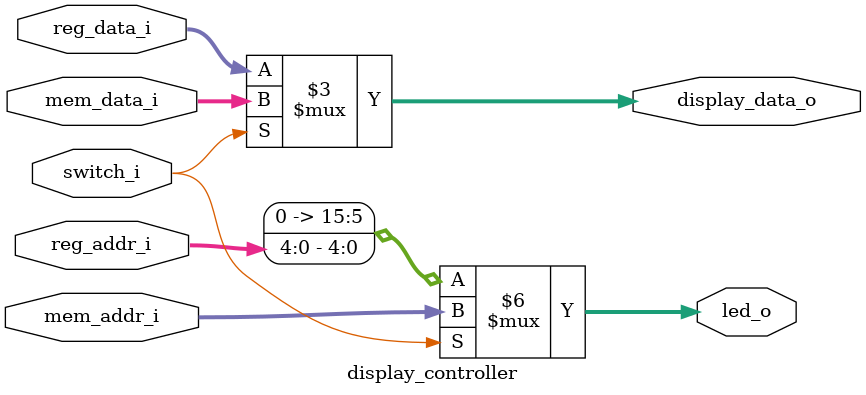
<source format=sv>
`timescale 1ns / 1ps


module display_controller(

    input logic         switch_i,             // Switch state
    input logic [31:0]  reg_data_i,           // Register values (from register file)
    input logic [31:0]  mem_data_i,           // Memory values (from data memory)
    input logic [4:0]   reg_addr_i,           // Register address
    input logic [15:0]  mem_addr_i,           // Memory address
    output logic [15:0] led_o,                // LED output
    output logic [31:0] display_data_o
    
);

    always_comb begin
        if (switch_i) begin
            led_o = mem_addr_i;              
            display_data_o = mem_data_i;     
        end else begin
            led_o = {11'b0, reg_addr_i};     
            display_data_o = reg_data_i;     
        end
    end


endmodule


</source>
